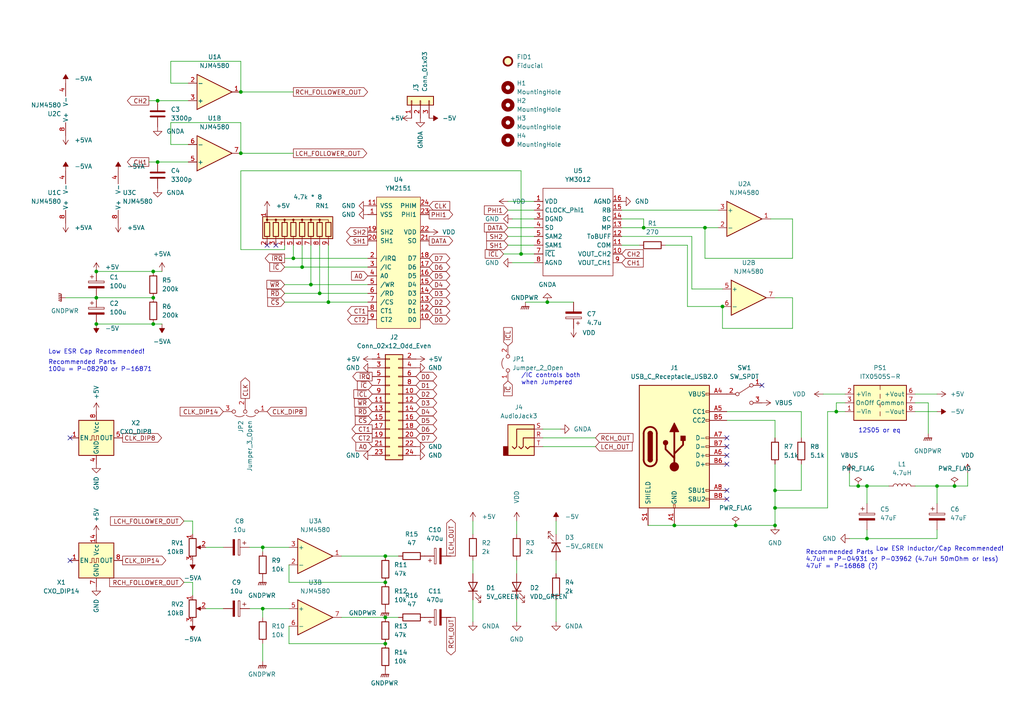
<source format=kicad_sch>
(kicad_sch (version 20211123) (generator eeschema)
  (paper "A4")
  (title_block (title "OPM Demo Board") (date "2022-09-19") (rev "Alpha 0.1") (company "Team Digital Fairy"))
  (junction (at 69.85 44.45))
  (junction (at 111.76 161.29))
  (junction (at 45.72 46.99))
  (junction (at 224.79 147.32))
  (junction (at 44.45 86.36))
  (junction (at 44.45 93.98))
  (junction (at 90.17 82.55))
  (junction (at 151.13 73.66))
  (junction (at 76.2 158.75))
  (junction (at 111.76 168.91))
  (junction (at 204.47 66.04))
  (junction (at 27.94 78.74))
  (junction (at 242.57 119.38))
  (junction (at 271.78 140.97))
  (junction (at 158.75 87.63))
  (junction (at 111.76 186.69))
  (junction (at 251.46 140.97))
  (junction (at 186.69 66.04))
  (junction (at 195.58 152.4))
  (junction (at 209.55 88.9))
  (junction (at 224.79 152.4))
  (junction (at 27.94 86.36))
  (junction (at 213.36 152.4))
  (junction (at 224.79 142.24))
  (junction (at 76.2 176.53))
  (junction (at 111.76 179.07))
  (junction (at 45.72 29.21))
  (junction (at 95.25 87.63))
  (junction (at 87.63 77.47))
  (junction (at 27.94 93.98))
  (junction (at 85.09 74.93))
  (junction (at 276.86 140.97))
  (junction (at 248.92 140.97))
  (junction (at 92.71 85.09))
  (junction (at 69.85 26.67))
  (junction (at 44.45 78.74))
  (junction (at 251.46 156.21))
  (no_connect (at 220.98 111.76))
  (no_connect (at 20.32 127))
  (no_connect (at 20.32 162.56))
  (no_connect (at 210.82 127))
  (no_connect (at 210.82 129.54))
  (no_connect (at 210.82 132.08))
  (no_connect (at 210.82 134.62))
  (no_connect (at 210.82 142.24))
  (no_connect (at 210.82 144.78))
  (no_connect (at 77.47 71.12))
  (no_connect (at 80.01 71.12))
  (wire (pts (xy 82.55 74.93) (xy 85.09 74.93)))
  (wire (pts (xy 149.86 151.13) (xy 149.86 154.94)))
  (wire (pts (xy 147.32 66.04) (xy 154.94 66.04)))
  (wire (pts (xy 69.85 44.45) (xy 85.09 44.45)))
  (wire (pts (xy 55.88 168.91) (xy 55.88 172.72)))
  (wire (pts (xy 54.61 41.91) (xy 49.53 41.91)))
  (wire (pts (xy 72.39 176.53) (xy 76.2 176.53)))
  (wire (pts (xy 229.87 74.93) (xy 229.87 63.5)))
  (wire (pts (xy 151.13 73.66) (xy 154.94 73.66)))
  (wire (pts (xy 200.66 83.82) (xy 209.55 83.82)))
  (wire (pts (xy 44.45 93.98) (xy 46.99 93.98)))
  (wire (pts (xy 99.06 161.29) (xy 111.76 161.29)))
  (wire (pts (xy 137.16 162.56) (xy 137.16 166.37)))
  (wire (pts (xy 186.69 63.5) (xy 186.69 66.04)))
  (wire (pts (xy 209.55 88.9) (xy 199.39 88.9)))
  (wire (pts (xy 82.55 85.09) (xy 92.71 85.09)))
  (wire (pts (xy 251.46 140.97) (xy 257.81 140.97)))
  (wire (pts (xy 245.11 119.38) (xy 242.57 119.38)))
  (wire (pts (xy 224.79 147.32) (xy 224.79 152.4)))
  (wire (pts (xy 229.87 63.5) (xy 223.52 63.5)))
  (wire (pts (xy 251.46 146.05) (xy 251.46 140.97)))
  (wire (pts (xy 99.06 179.07) (xy 111.76 179.07)))
  (wire (pts (xy 224.79 121.92) (xy 224.79 127)))
  (wire (pts (xy 76.2 176.53) (xy 83.82 176.53)))
  (wire (pts (xy 152.4 87.63) (xy 158.75 87.63)))
  (wire (pts (xy 90.17 71.12) (xy 90.17 82.55)))
  (wire (pts (xy 148.59 76.2) (xy 154.94 76.2)))
  (wire (pts (xy 95.25 71.12) (xy 95.25 87.63)))
  (wire (pts (xy 76.2 158.75) (xy 83.82 158.75)))
  (wire (pts (xy 240.03 119.38) (xy 240.03 147.32)))
  (wire (pts (xy 55.88 151.13) (xy 55.88 154.94)))
  (wire (pts (xy 251.46 153.67) (xy 251.46 156.21)))
  (wire (pts (xy 59.69 158.75) (xy 64.77 158.75)))
  (wire (pts (xy 265.43 140.97) (xy 271.78 140.97)))
  (wire (pts (xy 151.13 49.53) (xy 69.85 49.53)))
  (wire (pts (xy 49.53 17.78) (xy 69.85 17.78)))
  (wire (pts (xy 69.85 49.53) (xy 69.85 72.39)))
  (wire (pts (xy 111.76 168.91) (xy 83.82 168.91)))
  (wire (pts (xy 224.79 152.4) (xy 213.36 152.4)))
  (wire (pts (xy 53.34 151.13) (xy 55.88 151.13)))
  (wire (pts (xy 271.78 140.97) (xy 276.86 140.97)))
  (wire (pts (xy 83.82 168.91) (xy 83.82 163.83)))
  (wire (pts (xy 158.75 87.63) (xy 166.37 87.63)))
  (wire (pts (xy 43.18 29.21) (xy 45.72 29.21)))
  (wire (pts (xy 27.94 78.74) (xy 44.45 78.74)))
  (wire (pts (xy 76.2 191.77) (xy 76.2 186.69)))
  (wire (pts (xy 271.78 156.21) (xy 271.78 153.67)))
  (wire (pts (xy 204.47 74.93) (xy 229.87 74.93)))
  (wire (pts (xy 229.87 86.36) (xy 229.87 95.25)))
  (wire (pts (xy 242.57 119.38) (xy 240.03 119.38)))
  (wire (pts (xy 276.86 140.97) (xy 280.67 140.97)))
  (wire (pts (xy 69.85 35.56) (xy 69.85 44.45)))
  (wire (pts (xy 45.72 29.21) (xy 54.61 29.21)))
  (wire (pts (xy 87.63 77.47) (xy 106.68 77.47)))
  (wire (pts (xy 251.46 156.21) (xy 271.78 156.21)))
  (wire (pts (xy 180.34 60.96) (xy 208.28 60.96)))
  (wire (pts (xy 148.59 63.5) (xy 154.94 63.5)))
  (wire (pts (xy 161.29 162.56) (xy 161.29 166.37)))
  (wire (pts (xy 213.36 152.4) (xy 195.58 152.4)))
  (wire (pts (xy 85.09 71.12) (xy 85.09 74.93)))
  (wire (pts (xy 265.43 119.38) (xy 271.78 119.38)))
  (wire (pts (xy 49.53 24.13) (xy 49.53 17.78)))
  (wire (pts (xy 193.04 71.12) (xy 199.39 71.12)))
  (wire (pts (xy 232.41 142.24) (xy 224.79 142.24)))
  (wire (pts (xy 242.57 116.84) (xy 242.57 119.38)))
  (wire (pts (xy 83.82 181.61) (xy 83.82 186.69)))
  (wire (pts (xy 95.25 87.63) (xy 106.68 87.63)))
  (wire (pts (xy 271.78 140.97) (xy 271.78 146.05)))
  (wire (pts (xy 229.87 95.25) (xy 209.55 95.25)))
  (wire (pts (xy 111.76 161.29) (xy 115.57 161.29)))
  (wire (pts (xy 246.38 140.97) (xy 248.92 140.97)))
  (wire (pts (xy 269.24 116.84) (xy 269.24 125.73)))
  (wire (pts (xy 146.05 73.66) (xy 151.13 73.66)))
  (wire (pts (xy 27.94 86.36) (xy 44.45 86.36)))
  (wire (pts (xy 180.34 63.5) (xy 186.69 63.5)))
  (wire (pts (xy 151.13 73.66) (xy 151.13 49.53)))
  (wire (pts (xy 76.2 176.53) (xy 76.2 179.07)))
  (wire (pts (xy 186.69 66.04) (xy 180.34 66.04)))
  (wire (pts (xy 137.16 151.13) (xy 137.16 154.94)))
  (wire (pts (xy 147.32 68.58) (xy 154.94 68.58)))
  (wire (pts (xy 172.72 129.54) (xy 157.48 129.54)))
  (wire (pts (xy 186.69 66.04) (xy 204.47 66.04)))
  (wire (pts (xy 147.32 71.12) (xy 154.94 71.12)))
  (wire (pts (xy 90.17 82.55) (xy 106.68 82.55)))
  (wire (pts (xy 245.11 116.84) (xy 242.57 116.84)))
  (wire (pts (xy 82.55 77.47) (xy 87.63 77.47)))
  (wire (pts (xy 187.96 152.4) (xy 195.58 152.4)))
  (wire (pts (xy 161.29 151.13) (xy 161.29 154.94)))
  (wire (pts (xy 238.76 114.3) (xy 245.11 114.3)))
  (wire (pts (xy 210.82 121.92) (xy 224.79 121.92)))
  (wire (pts (xy 208.28 66.04) (xy 204.47 66.04)))
  (wire (pts (xy 224.79 142.24) (xy 224.79 147.32)))
  (wire (pts (xy 246.38 156.21) (xy 251.46 156.21)))
  (wire (pts (xy 224.79 86.36) (xy 229.87 86.36)))
  (wire (pts (xy 54.61 24.13) (xy 49.53 24.13)))
  (wire (pts (xy 172.72 127) (xy 157.48 127)))
  (wire (pts (xy 147.32 60.96) (xy 154.94 60.96)))
  (wire (pts (xy 149.86 162.56) (xy 149.86 166.37)))
  (wire (pts (xy 161.29 173.99) (xy 161.29 180.34)))
  (wire (pts (xy 224.79 134.62) (xy 224.79 142.24)))
  (wire (pts (xy 92.71 85.09) (xy 106.68 85.09)))
  (wire (pts (xy 82.55 82.55) (xy 90.17 82.55)))
  (wire (pts (xy 53.34 168.91) (xy 55.88 168.91)))
  (wire (pts (xy 180.34 68.58) (xy 200.66 68.58)))
  (wire (pts (xy 59.69 176.53) (xy 64.77 176.53)))
  (wire (pts (xy 210.82 119.38) (xy 232.41 119.38)))
  (wire (pts (xy 180.34 71.12) (xy 185.42 71.12)))
  (wire (pts (xy 69.85 17.78) (xy 69.85 26.67)))
  (wire (pts (xy 149.86 173.99) (xy 149.86 180.34)))
  (wire (pts (xy 162.56 124.46) (xy 157.48 124.46)))
  (wire (pts (xy 111.76 179.07) (xy 115.57 179.07)))
  (wire (pts (xy 19.05 86.36) (xy 27.94 86.36)))
  (wire (pts (xy 232.41 119.38) (xy 232.41 127)))
  (wire (pts (xy 265.43 114.3) (xy 271.78 114.3)))
  (wire (pts (xy 204.47 66.04) (xy 204.47 74.93)))
  (wire (pts (xy 147.32 58.42) (xy 154.94 58.42)))
  (wire (pts (xy 82.55 72.39) (xy 82.55 71.12)))
  (wire (pts (xy 27.94 93.98) (xy 44.45 93.98)))
  (wire (pts (xy 69.85 26.67) (xy 85.09 26.67)))
  (wire (pts (xy 209.55 95.25) (xy 209.55 88.9)))
  (wire (pts (xy 69.85 72.39) (xy 82.55 72.39)))
  (wire (pts (xy 92.71 71.12) (xy 92.71 85.09)))
  (wire (pts (xy 85.09 74.93) (xy 106.68 74.93)))
  (wire (pts (xy 280.67 140.97) (xy 280.67 137.16)))
  (wire (pts (xy 246.38 137.16) (xy 246.38 140.97)))
  (wire (pts (xy 45.72 46.99) (xy 54.61 46.99)))
  (wire (pts (xy 248.92 140.97) (xy 251.46 140.97)))
  (wire (pts (xy 265.43 116.84) (xy 269.24 116.84)))
  (wire (pts (xy 199.39 88.9) (xy 199.39 71.12)))
  (wire (pts (xy 240.03 147.32) (xy 224.79 147.32)))
  (wire (pts (xy 87.63 71.12) (xy 87.63 77.47)))
  (wire (pts (xy 76.2 158.75) (xy 76.2 160.02)))
  (wire (pts (xy 43.18 46.99) (xy 45.72 46.99)))
  (wire (pts (xy 49.53 41.91) (xy 49.53 35.56)))
  (wire (pts (xy 137.16 173.99) (xy 137.16 180.34)))
  (wire (pts (xy 83.82 186.69) (xy 111.76 186.69)))
  (wire (pts (xy 49.53 35.56) (xy 69.85 35.56)))
  (wire (pts (xy 82.55 87.63) (xy 95.25 87.63)))
  (wire (pts (xy 232.41 134.62) (xy 232.41 142.24)))
  (wire (pts (xy 44.45 78.74) (xy 46.99 78.74)))
  (wire (pts (xy 200.66 68.58) (xy 200.66 83.82)))
  (wire (pts (xy 72.39 158.75) (xy 76.2 158.75)))
  (text "Recommended Parts\n4.7uH = P-04931 or P-03962 (4.7uH 50mOhm or less)\n47uF = P-16868 (?)" (at 233.68 165.1 0) (effects (font (size 1.27 1.27)) (justify left bottom)))
  (text "Recommended Parts\n100u = P-08290 or P-16871\n" (at 13.97 107.95 0) (effects (font (size 1.27 1.27)) (justify left bottom)))
  (text "/IC controls both\nwhen Jumpered\n" (at 151.13 111.76 0) (effects (font (size 1.27 1.27)) (justify left bottom)))
  (text "12S05 or eq" (at 248.92 125.73 0) (effects (font (size 1.27 1.27)) (justify left bottom)))
  (text "Low ESR Inductor/Cap Recommended!\n" (at 254 160.02 0) (effects (font (size 1.27 1.27)) (justify left bottom)))
  (text "Low ESR Cap Recommended!\n" (at 13.97 102.87 0) (effects (font (size 1.27 1.27)) (justify left bottom)))
  (global_label "CT1" (shape output) (at 107.95 124.46 180) (property "Intersheet References" "${INTERSHEET_REFS}" (effects hide)))
  (global_label "RCH_OUT" (shape output) (at 130.81 179.07 270) (property "Intersheet References" "${INTERSHEET_REFS}" (effects hide)))
  (global_label "PHI1" (shape output) (at 124.46 62.23 0) (property "Intersheet References" "${INTERSHEET_REFS}" (effects hide)))
  (global_label "D3" (shape bidirectional) (at 124.46 85.09 0) (property "Intersheet References" "${INTERSHEET_REFS}" (effects hide)))
  (global_label "D7" (shape bidirectional) (at 120.65 127 0) (property "Intersheet References" "${INTERSHEET_REFS}" (effects hide)))
  (global_label "CT2" (shape output) (at 107.95 127 180) (property "Intersheet References" "${INTERSHEET_REFS}" (effects hide)))
  (global_label "~{WR}" (shape input) (at 82.55 82.55 180) (property "Intersheet References" "${INTERSHEET_REFS}" (effects hide)))
  (global_label "D1" (shape bidirectional) (at 124.46 90.17 0) (property "Intersheet References" "${INTERSHEET_REFS}" (effects hide)))
  (global_label "CLK_DIP8" (shape output) (at 35.56 127 0) (property "Intersheet References" "${INTERSHEET_REFS}" (effects hide)))
  (global_label "A0" (shape input) (at 106.68 80.01 180) (property "Intersheet References" "${INTERSHEET_REFS}" (effects hide)))
  (global_label "LCH_FOLLOWER_OUT" (shape output) (at 85.09 44.45 0) (property "Intersheet References" "${INTERSHEET_REFS}" (effects hide)))
  (global_label "D2" (shape bidirectional) (at 124.46 87.63 0) (property "Intersheet References" "${INTERSHEET_REFS}" (effects hide)))
  (global_label "DATA" (shape output) (at 124.46 69.85 0) (property "Intersheet References" "${INTERSHEET_REFS}" (effects hide)))
  (global_label "CH1" (shape input) (at 180.34 76.2 0) (property "Intersheet References" "${INTERSHEET_REFS}" (effects hide)))
  (global_label "D6" (shape bidirectional) (at 124.46 77.47 0) (property "Intersheet References" "${INTERSHEET_REFS}" (effects hide)))
  (global_label "RCH_FOLLOWER_OUT" (shape input) (at 53.34 168.91 180) (property "Intersheet References" "${INTERSHEET_REFS}" (effects hide)))
  (global_label "~{CS}" (shape input) (at 82.55 87.63 180) (property "Intersheet References" "${INTERSHEET_REFS}" (effects hide)))
  (global_label "RCH_FOLLOWER_OUT" (shape output) (at 85.09 26.67 0) (property "Intersheet References" "${INTERSHEET_REFS}" (effects hide)))
  (global_label "A0" (shape input) (at 107.95 129.54 180) (property "Intersheet References" "${INTERSHEET_REFS}" (effects hide)))
  (global_label "D7" (shape bidirectional) (at 124.46 74.93 0) (property "Intersheet References" "${INTERSHEET_REFS}" (effects hide)))
  (global_label "D6" (shape bidirectional) (at 120.65 124.46 0) (property "Intersheet References" "${INTERSHEET_REFS}" (effects hide)))
  (global_label "PHI1" (shape input) (at 147.32 60.96 180) (property "Intersheet References" "${INTERSHEET_REFS}" (effects hide)))
  (global_label "~{IC}" (shape input) (at 107.95 111.76 180) (property "Intersheet References" "${INTERSHEET_REFS}" (effects hide)))
  (global_label "D4" (shape bidirectional) (at 124.46 82.55 0) (property "Intersheet References" "${INTERSHEET_REFS}" (effects hide)))
  (global_label "~{ICL}" (shape input) (at 146.05 73.66 180) (property "Intersheet References" "${INTERSHEET_REFS}" (effects hide)))
  (global_label "~{IC}" (shape input) (at 82.55 77.47 180) (property "Intersheet References" "${INTERSHEET_REFS}" (effects hide)))
  (global_label "CLK" (shape output) (at 71.12 115.57 90) (property "Intersheet References" "${INTERSHEET_REFS}" (effects hide)))
  (global_label "~{CS}" (shape input) (at 107.95 121.92 180) (property "Intersheet References" "${INTERSHEET_REFS}" (effects hide)))
  (global_label "CH1" (shape output) (at 43.18 46.99 180) (property "Intersheet References" "${INTERSHEET_REFS}" (effects hide)))
  (global_label "CLK_DIP14" (shape output) (at 35.56 162.56 0) (property "Intersheet References" "${INTERSHEET_REFS}" (effects hide)))
  (global_label "RCH_OUT" (shape input) (at 172.72 127 0) (property "Intersheet References" "${INTERSHEET_REFS}" (effects hide)))
  (global_label "LCH_FOLLOWER_OUT" (shape input) (at 53.34 151.13 180) (property "Intersheet References" "${INTERSHEET_REFS}" (effects hide)))
  (global_label "D0" (shape bidirectional) (at 124.46 92.71 0) (property "Intersheet References" "${INTERSHEET_REFS}" (effects hide)))
  (global_label "CH2" (shape output) (at 43.18 29.21 180) (property "Intersheet References" "${INTERSHEET_REFS}" (effects hide)))
  (global_label "CLK_DIP8" (shape input) (at 77.47 119.38 0) (property "Intersheet References" "${INTERSHEET_REFS}" (effects hide)))
  (global_label "D0" (shape bidirectional) (at 120.65 109.22 0) (property "Intersheet References" "${INTERSHEET_REFS}" (effects hide)))
  (global_label "~{IC}" (shape input) (at 147.32 110.49 270) (property "Intersheet References" "${INTERSHEET_REFS}" (effects hide)))
  (global_label "CT1" (shape output) (at 106.68 90.17 180) (property "Intersheet References" "${INTERSHEET_REFS}" (effects hide)))
  (global_label "D2" (shape bidirectional) (at 120.65 114.3 0) (property "Intersheet References" "${INTERSHEET_REFS}" (effects hide)))
  (global_label "~{IRQ}" (shape output) (at 82.55 74.93 180) (property "Intersheet References" "${INTERSHEET_REFS}" (effects hide)))
  (global_label "D5" (shape bidirectional) (at 120.65 121.92 0) (property "Intersheet References" "${INTERSHEET_REFS}" (effects hide)))
  (global_label "LCH_OUT" (shape output) (at 130.81 161.29 90) (property "Intersheet References" "${INTERSHEET_REFS}" (effects hide)))
  (global_label "CH2" (shape input) (at 180.34 73.66 0) (property "Intersheet References" "${INTERSHEET_REFS}" (effects hide)))
  (global_label "SH1" (shape input) (at 147.32 71.12 180) (property "Intersheet References" "${INTERSHEET_REFS}" (effects hide)))
  (global_label "D1" (shape bidirectional) (at 120.65 111.76 0) (property "Intersheet References" "${INTERSHEET_REFS}" (effects hide)))
  (global_label "D4" (shape bidirectional) (at 120.65 119.38 0) (property "Intersheet References" "${INTERSHEET_REFS}" (effects hide)))
  (global_label "DATA" (shape input) (at 147.32 66.04 180) (property "Intersheet References" "${INTERSHEET_REFS}" (effects hide)))
  (global_label "SH2" (shape input) (at 147.32 68.58 180) (property "Intersheet References" "${INTERSHEET_REFS}" (effects hide)))
  (global_label "~{ICL}" (shape input) (at 107.95 114.3 180) (property "Intersheet References" "${INTERSHEET_REFS}" (effects hide)))
  (global_label "CLK_DIP14" (shape input) (at 64.77 119.38 180) (property "Intersheet References" "${INTERSHEET_REFS}" (effects hide)))
  (global_label "D5" (shape bidirectional) (at 124.46 80.01 0) (property "Intersheet References" "${INTERSHEET_REFS}" (effects hide)))
  (global_label "LCH_OUT" (shape input) (at 172.72 129.54 0) (property "Intersheet References" "${INTERSHEET_REFS}" (effects hide)))
  (global_label "~{WR}" (shape input) (at 107.95 116.84 180) (property "Intersheet References" "${INTERSHEET_REFS}" (effects hide)))
  (global_label "SH1" (shape output) (at 106.68 69.85 180) (property "Intersheet References" "${INTERSHEET_REFS}" (effects hide)))
  (global_label "~{RD}" (shape input) (at 82.55 85.09 180) (property "Intersheet References" "${INTERSHEET_REFS}" (effects hide)))
  (global_label "SH2" (shape output) (at 106.68 67.31 180) (property "Intersheet References" "${INTERSHEET_REFS}" (effects hide)))
  (global_label "D3" (shape bidirectional) (at 120.65 116.84 0) (property "Intersheet References" "${INTERSHEET_REFS}" (effects hide)))
  (global_label "~{RD}" (shape input) (at 107.95 119.38 180) (property "Intersheet References" "${INTERSHEET_REFS}" (effects hide)))
  (global_label "~{ICL}" (shape input) (at 147.32 100.33 90) (property "Intersheet References" "${INTERSHEET_REFS}" (effects hide)))
  (global_label "CLK" (shape input) (at 124.46 59.69 0) (property "Intersheet References" "${INTERSHEET_REFS}" (effects hide)))
  (global_label "CT2" (shape output) (at 106.68 92.71 180) (property "Intersheet References" "${INTERSHEET_REFS}" (effects hide)))
  (global_label "~{IRQ}" (shape output) (at 107.95 109.22 180) (property "Intersheet References" "${INTERSHEET_REFS}" (effects hide)))
  (symbol (lib_id "Device:C_Polarized") (at 251.46 149.86 0) (unit 1)
    (property "Reference" "C5" (at 255.27 147.7009 0) (effects (justify left)))
    (property "Value" "47uF" (at 255.27 150.2409 0) (effects (justify left)))
    (property "Footprint" "Capacitor_THT:CP_Radial_D5.0mm_P2.50mm" (effects hide))
  )
  (symbol (lib_id "power:GND") (at 120.65 106.68 90) (unit 1)
    (property "Reference" "#PWR0101" (effects hide))
    (property "Value" "GND" (at 128.27 106.68 90) (effects (justify left)))
  )
  (symbol (lib_id "power:GNDPWR") (at 76.2 191.77 0) (unit 1)
    (property "Reference" "#PWR017" (effects hide))
    (property "Value" "GNDPWR" (at 80.01 195.58 0) (effects (justify right)))
  )
  (symbol (lib_id "power:+5V") (at 107.95 104.14 90) (unit 1)
    (property "Reference" "#PWR022" (effects hide))
    (property "Value" "+5V" (at 100.33 104.14 90) (effects (justify right)))
  )
  (symbol (lib_id "power:-5VA") (at 55.88 180.34 180) (unit 1)
    (property "Reference" "#PWR030" (effects hide))
    (property "Value" "-5VA" (at 55.88 185.42 0))
  )
  (symbol (lib_id "power:GNDA") (at 121.92 34.29 0) (unit 1)
    (property "Reference" "#PWR018" (effects hide))
    (property "Value" "GNDA" (at 121.92 43.18 90) (effects (justify left)))
  )
  (symbol (lib_id "power:GND") (at 27.94 170.18 0) (unit 1)
    (property "Reference" "#PWR0121" (effects hide))
    (property "Value" "GND" (at 27.94 177.8 90) (effects (justify left)))
  )
  (symbol (lib_id "power:GNDA") (at 158.75 87.63 180) (unit 1)
    (property "Reference" "#PWR0130" (effects hide))
    (property "Value" "GNDA" (at 158.75 82.55 0))
  )
  (symbol (lib_id "Device:C_Polarized") (at 68.58 176.53 270) (unit 1)
    (property "Reference" "C9" (at 68.58 168.91 90))
    (property "Value" "10u" (at 68.58 171.45 90))
    (property "Footprint" "Capacitor_THT:CP_Radial_D5.0mm_P2.50mm" (effects hide))
  )
  (symbol (lib_id "Connector:USB_C_Receptacle_USB2.0") (at 195.58 129.54 0) (unit 1)
    (property "Reference" "J1" (at 195.58 106.68 0))
    (property "Value" "USB_C_Receptacle_USB2.0" (at 195.58 109.22 0))
    (property "Footprint" "Connector_USB:USB_C_Receptacle_HRO_TYPE-C-31-M-12" (effects hide))
    (property "Datasheet" "https://www.usb.org/sites/default/files/documents/usb_type-c.zip" (effects hide))
  )
  (symbol (lib_id "power:-5V") (at 27.94 93.98 180) (unit 1)
    (property "Reference" "#PWR015" (effects hide))
    (property "Value" "-5V" (at 30.48 95.2499 0) (effects (justify right)))
  )
  (symbol (lib_id "power:-5V") (at 161.29 151.13 0) (unit 1)
    (property "Reference" "#PWR037" (effects hide))
    (property "Value" "-5V" (at 163.83 149.8599 0) (effects (justify left)))
  )
  (symbol (lib_id "Device:R") (at 161.29 170.18 0) (unit 1)
    (property "Reference" "R4" (at 163.83 168.9099 0) (effects (justify left)))
    (property "Value" "2k" (at 163.83 171.4499 0) (effects (justify left)))
    (property "Footprint" "Resistor_THT:R_Axial_DIN0207_L6.3mm_D2.5mm_P10.16mm_Horizontal" (effects hide))
  )
  (symbol (lib_id "power:GND") (at 148.59 63.5 270) (unit 1)
    (property "Reference" "#PWR0127" (effects hide))
    (property "Value" "GND" (at 144.78 63.4999 90) (effects (justify right)))
  )
  (symbol (lib_id "Device:R") (at 44.45 82.55 0) (unit 1)
    (property "Reference" "R5" (at 46.99 81.2799 0) (effects (justify left)))
    (property "Value" "200k" (at 46.99 83.8199 0) (effects (justify left)))
    (property "Footprint" "Resistor_THT:R_Axial_DIN0207_L6.3mm_D2.5mm_P10.16mm_Horizontal" (effects hide))
  )
  (symbol (lib_id "Mechanical:MountingHole") (at 147.32 30.48 0) (unit 1)
    (property "Reference" "H2" (at 149.86 29.2099 0) (effects (justify left)))
    (property "Value" "MountingHole" (at 149.86 31.7499 0) (effects (justify left)))
    (property "Footprint" "MountingHole:MountingHole_3.2mm_M3" (effects hide))
  )
  (symbol (lib_id "power:-5V") (at 124.46 34.29 270) (unit 1)
    (property "Reference" "#PWR032" (effects hide))
    (property "Value" "-5V" (at 128.27 34.2899 90) (effects (justify left)))
  )
  (symbol (lib_id "power:GNDPWR") (at 111.76 176.53 0) (unit 1)
    (property "Reference" "#PWR019" (effects hide))
    (property "Value" "GNDPWR" (at 109.22 177.8 0) (effects (justify right)))
  )
  (symbol (lib_id "Jumper:Jumper_2_Open") (at 147.32 105.41 90) (unit 1)
    (property "Reference" "JP1" (at 148.59 104.1399 90) (effects (justify right)))
    (property "Value" "Jumper_2_Open" (at 148.59 106.6799 90) (effects (justify right)))
    (property "Footprint" "Connector_PinHeader_2.54mm:PinHeader_1x02_P2.54mm_Vertical" (effects hide))
  )
  (symbol (lib_id "power:GND") (at 106.68 62.23 270) (unit 1)
    (property "Reference" "#PWR0112" (effects hide))
    (property "Value" "GND" (at 99.06 62.23 90) (effects (justify left)))
  )
  (symbol (lib_id "power:GND") (at 149.86 180.34 0) (unit 1)
    (property "Reference" "#PWR0106" (effects hide))
    (property "Value" "GND" (at 149.86 185.42 0))
  )
  (symbol (lib_id "Device:R") (at 76.2 163.83 0) (unit 1)
    (property "Reference" "R9" (at 78.74 162.5599 0) (effects (justify left)))
    (property "Value" "10k" (at 78.74 165.0999 0) (effects (justify left)))
    (property "Footprint" "Resistor_THT:R_Axial_DIN0207_L6.3mm_D2.5mm_P10.16mm_Horizontal" (effects hide))
  )
  (symbol (lib_id "Amplifier_Operational:NJM4580") (at 91.44 161.29 0) (unit 1)
    (property "Reference" "U3" (at 91.44 151.13 0))
    (property "Value" "NJM4580" (at 91.44 153.67 0))
    (property "Footprint" "Package_DIP:DIP-8_W7.62mm_Socket_LongPads" (effects hide))
    (property "Datasheet" "http://www.njr.com/semicon/PDF/NJM4580_E.pdf" (effects hide))
  )
  (symbol (lib_id "Device:R") (at 232.41 130.81 0) (unit 1)
    (property "Reference" "R8" (at 234.95 129.5399 0) (effects (justify left)))
    (property "Value" "5.1k" (at 234.95 132.0799 0) (effects (justify left)))
    (property "Footprint" "Resistor_THT:R_Axial_DIN0207_L6.3mm_D2.5mm_P10.16mm_Horizontal" (effects hide))
  )
  (symbol (lib_id "Device:R") (at 224.79 130.81 0) (unit 1)
    (property "Reference" "R7" (at 227.33 129.5399 0) (effects (justify left)))
    (property "Value" "5.1k" (at 227.33 132.0799 0) (effects (justify left)))
    (property "Footprint" "Resistor_THT:R_Axial_DIN0207_L6.3mm_D2.5mm_P10.16mm_Horizontal" (effects hide))
  )
  (symbol (lib_id "power:VDD") (at 238.76 114.3 90) (unit 1)
    (property "Reference" "#PWR08" (effects hide))
    (property "Value" "VDD" (at 229.87 114.3 90) (effects (justify right)))
  )
  (symbol (lib_id "power:GNDPWR") (at 111.76 194.31 0) (unit 1)
    (property "Reference" "#PWR020" (effects hide))
    (property "Value" "GNDPWR" (at 115.57 198.12 0) (effects (justify right)))
  )
  (symbol (lib_id "power:GND") (at 180.34 58.42 90) (unit 1)
    (property "Reference" "#PWR0108" (effects hide))
    (property "Value" "GND" (at 184.15 58.4199 90) (effects (justify right)))
  )
  (symbol (lib_id "Device:L") (at 261.62 140.97 90) (unit 1)
    (property "Reference" "L1" (at 261.62 134.62 90))
    (property "Value" "4.7uH" (at 261.62 137.16 90))
    (property "Footprint" "Inductor_THT:L_Axial_L7.0mm_D3.3mm_P12.70mm_Horizontal_Fastron_MICC" (effects hide))
  )
  (symbol (lib_id "Connector_Generic:Conn_02x12_Odd_Even") (at 113.03 116.84 0) (unit 1)
    (property "Reference" "J2" (at 114.3 97.79 0))
    (property "Value" "Conn_02x12_Odd_Even" (at 114.3 100.33 0))
    (property "Footprint" "Connector_PinHeader_2.54mm:PinHeader_2x12_P2.54mm_Vertical" (effects hide))
  )
  (symbol (lib_id "power:+5V") (at 27.94 119.38 0) (unit 1)
    (property "Reference" "#PWR0118" (effects hide))
    (property "Value" "+5V" (at 27.94 111.76 90) (effects (justify right)))
  )
  (symbol (lib_id "Amplifier_Operational:NJM4580") (at 91.44 179.07 0) (unit 2)
    (property "Reference" "U3" (at 91.44 168.91 0))
    (property "Value" "NJM4580" (at 91.44 171.45 0))
    (property "Footprint" "Package_DIP:DIP-8_W7.62mm_Socket_LongPads" (effects hide))
    (property "Datasheet" "http://www.njr.com/semicon/PDF/NJM4580_E.pdf" (effects hide))
  )
  (symbol (lib_id "Amplifier_Operational:NJM4580") (at 16.51 31.75 180) (unit 3)
    (property "Reference" "U2" (at 17.78 33.0201 0) (effects (justify left)))
    (property "Value" "NJM4580" (at 17.78 30.4801 0) (effects (justify left)))
    (property "Footprint" "Package_DIP:DIP-8_W7.62mm_Socket_LongPads" (effects hide))
    (property "Datasheet" "http://www.njr.com/semicon/PDF/NJM4580_E.pdf" (effects hide))
  )
  (symbol (lib_id "power:+5V") (at 137.16 151.13 0) (unit 1)
    (property "Reference" "#PWR035" (effects hide))
    (property "Value" "+5V" (at 139.7 149.8599 0) (effects (justify left)))
  )
  (symbol (lib_id "Device:C_Polarized") (at 27.94 90.17 0) (unit 1)
    (property "Reference" "C2" (at 31.75 88.0109 0) (effects (justify left)))
    (property "Value" "100u" (at 31.75 90.5509 0) (effects (justify left)))
    (property "Footprint" "Capacitor_THT:CP_Radial_D6.3mm_P2.50mm" (effects hide))
  )
  (symbol (lib_id "Device:C_Polarized") (at 166.37 91.44 180) (unit 1)
    (property "Reference" "C7" (at 170.18 91.0589 0) (effects (justify right)))
    (property "Value" "4.7u" (at 170.18 93.5989 0) (effects (justify right)))
    (property "Footprint" "Capacitor_THT:CP_Radial_D5.0mm_P2.50mm" (effects hide))
  )
  (symbol (lib_id "Device:LED") (at 161.29 158.75 270) (unit 1)
    (property "Reference" "D3" (at 163.83 155.8924 90) (effects (justify left)))
    (property "Value" "-5V_GREEN" (at 163.83 158.4324 90) (effects (justify left)))
    (property "Footprint" "LED_THT:LED_D5.0mm" (effects hide))
  )
  (symbol (lib_id "power:GND") (at 27.94 134.62 0) (unit 1)
    (property "Reference" "#PWR0122" (effects hide))
    (property "Value" "GND" (at 27.94 142.24 90) (effects (justify left)))
  )
  (symbol (lib_id "May:YM2151") (at 115.57 76.2 0) (unit 1)
    (property "Reference" "U4" (at 115.57 52.07 0))
    (property "Value" "YM2151" (at 115.57 54.61 0))
    (property "Footprint" "Package_DIP:DIP-24_W15.24mm_Socket_LongPads" (effects hide))
    (property "Datasheet" "http://map.grauw.nl/resources/sound/yamaha_ym2151_datasheet.pdf" (effects hide))
  )
  (symbol (lib_id "power:GNDPWR") (at 19.05 86.36 270) (unit 1)
    (property "Reference" "#PWR01" (effects hide))
    (property "Value" "GNDPWR" (at 22.86 90.17 90) (effects (justify right)))
  )
  (symbol (lib_id "power:GNDA") (at 45.72 36.83 0) (unit 1)
    (property "Reference" "#PWR0111" (effects hide))
    (property "Value" "GNDA" (at 48.26 38.0999 0) (effects (justify left)))
  )
  (symbol (lib_id "Device:C") (at 45.72 33.02 0) (unit 1)
    (property "Reference" "C3" (at 49.53 31.7499 0) (effects (justify left)))
    (property "Value" "3300p" (at 49.53 34.2899 0) (effects (justify left)))
    (property "Footprint" "Capacitor_THT:C_Disc_D5.0mm_W2.5mm_P5.00mm" (effects hide))
  )
  (symbol (lib_id "power:PWR_FLAG") (at 276.86 140.97 0) (unit 1)
    (property "Reference" "#FLG05" (effects hide))
    (property "Value" "PWR_FLAG" (at 276.86 135.89 0))
  )
  (symbol (lib_id "power:GND") (at 148.59 76.2 270) (unit 1)
    (property "Reference" "#PWR0123" (effects hide))
    (property "Value" "GND" (at 144.78 76.1999 90) (effects (justify right)))
  )
  (symbol (lib_id "Device:C") (at 45.72 50.8 0) (unit 1)
    (property "Reference" "C4" (at 49.53 49.5299 0) (effects (justify left)))
    (property "Value" "3300p" (at 49.53 52.0699 0) (effects (justify left)))
    (property "Footprint" "Capacitor_THT:C_Disc_D5.0mm_W2.5mm_P5.00mm" (effects hide))
  )
  (symbol (lib_id "Device:C_Polarized") (at 127 161.29 90) (unit 1)
    (property "Reference" "C10" (at 126.111 153.67 90))
    (property "Value" "470u" (at 126.111 156.21 90))
    (property "Footprint" "Capacitor_THT:CP_Radial_D5.0mm_P2.00mm" (effects hide))
  )
  (symbol (lib_id "power:-5VA") (at 34.29 49.53 0) (unit 1)
    (property "Reference" "#PWR025" (effects hide))
    (property "Value" "-5VA" (at 36.83 48.2599 0) (effects (justify left)))
  )
  (symbol (lib_id "Switch:SW_SPDT") (at 215.9 114.3 0) (unit 1)
    (property "Reference" "SW1" (at 215.9 106.68 0))
    (property "Value" "SW_SPDT" (at 215.9 109.22 0))
    (property "Footprint" "Button_Switch_THT:SW_Slide_1P2T_CK_OS102011MS2Q" (effects hide))
  )
  (symbol (lib_id "power:-5VA") (at 19.05 24.13 0) (unit 1)
    (property "Reference" "#PWR03" (effects hide))
    (property "Value" "-5VA" (at 21.59 22.8599 0) (effects (justify left)))
  )
  (symbol (lib_id "power:GNDA") (at 45.72 54.61 0) (unit 1)
    (property "Reference" "#PWR0115" (effects hide))
    (property "Value" "GNDA" (at 48.26 55.8799 0) (effects (justify left)))
  )
  (symbol (lib_id "Amplifier_Operational:NJM4580") (at 62.23 26.67 0) (mirror x) (unit 1)
    (property "Reference" "U1" (at 62.23 16.51 0))
    (property "Value" "NJM4580" (at 62.23 19.05 0))
    (property "Footprint" "Package_DIP:DIP-8_W7.62mm_Socket_LongPads" (effects hide))
    (property "Datasheet" "http://www.njr.com/semicon/PDF/NJM4580_E.pdf" (effects hide))
  )
  (symbol (lib_id "Device:C_Polarized") (at 127 179.07 90) (unit 1)
    (property "Reference" "C11" (at 126.111 171.45 90))
    (property "Value" "470u" (at 126.111 173.99 90))
    (property "Footprint" "Capacitor_THT:CP_Radial_D5.0mm_P2.00mm" (effects hide))
  )
  (symbol (lib_id "power:GND") (at 246.38 156.21 270) (unit 1)
    (property "Reference" "#PWR06" (effects hide))
    (property "Value" "GND" (at 242.57 156.2099 90) (effects (justify right)))
  )
  (symbol (lib_id "Connector_Generic:Conn_01x03") (at 121.92 29.21 90) (unit 1)
    (property "Reference" "J3" (at 120.6499 26.67 0) (effects (justify left)))
    (property "Value" "Conn_01x03" (at 123.1899 26.67 0) (effects (justify left)))
    (property "Footprint" "Connector_PinSocket_2.54mm:PinSocket_1x03_P2.54mm_Vertical" (effects hide))
  )
  (symbol (lib_id "Jumper:Jumper_3_Open") (at 71.12 119.38 180) (unit 1)
    (property "Reference" "JP2" (at 69.8499 121.92 90) (effects (justify left)))
    (property "Value" "Jumper_3_Open" (at 72.3899 121.92 90) (effects (justify left)))
    (property "Footprint" "Connector_PinHeader_2.54mm:PinHeader_1x03_P2.54mm_Vertical" (effects hide))
  )
  (symbol (lib_id "Device:R_Potentiometer") (at 55.88 176.53 0) (unit 1)
    (property "Reference" "RV2" (at 53.34 175.2599 0) (effects (justify right)))
    (property "Value" "10kB" (at 53.34 177.7999 0) (effects (justify right)))
    (property "Footprint" "Potentiometer_THT:Potentiometer_Bourns_3386P_Vertical" (effects hide))
  )
  (symbol (lib_id "Converter_DCDC:ITX0505S-R") (at 255.27 116.84 0) (unit 1)
    (property "Reference" "PS1" (at 255.27 106.68 0))
    (property "Value" "ITX0505S-R" (at 255.27 109.22 0))
    (property "Footprint" "Converter_DCDC:Converter_DCDC_XP_POWER-ITxxxxxS_THT" (effects hide))
    (property "Datasheet" "https://www.xppower.com/pdfs/SF_ITX.pdf" (effects hide))
  )
  (symbol (lib_id "Mechanical:MountingHole") (at 147.32 35.56 0) (unit 1)
    (property "Reference" "H3" (at 149.86 34.2899 0) (effects (justify left)))
    (property "Value" "MountingHole" (at 149.86 36.8299 0) (effects (justify left)))
    (property "Footprint" "MountingHole:MountingHole_3.2mm_M3" (effects hide))
  )
  (symbol (lib_id "power:VDD") (at 124.46 67.31 270) (unit 1)
    (property "Reference" "#PWR?" (effects hide))
    (property "Value" "VDD" (at 128.27 67.3099 90) (effects (justify left)))
  )
  (symbol (lib_id "Device:R_Potentiometer") (at 55.88 158.75 0) (unit 1)
    (property "Reference" "RV1" (at 53.34 157.4799 0) (effects (justify right)))
    (property "Value" "10kB" (at 53.34 160.0199 0) (effects (justify right)))
    (property "Footprint" "Potentiometer_THT:Potentiometer_Bourns_3386P_Vertical" (effects hide))
  )
  (symbol (lib_id "power:+5VA") (at 19.05 39.37 180) (unit 1)
    (property "Reference" "#PWR011" (effects hide))
    (property "Value" "+5VA" (at 21.59 40.6399 0) (effects (justify right)))
  )
  (symbol (lib_id "Device:R") (at 44.45 90.17 0) (unit 1)
    (property "Reference" "R6" (at 46.99 88.8999 0) (effects (justify left)))
    (property "Value" "200k" (at 46.99 91.4399 0) (effects (justify left)))
    (property "Footprint" "Resistor_THT:R_Axial_DIN0207_L6.3mm_D2.5mm_P10.16mm_Horizontal" (effects hide))
  )
  (symbol (lib_id "power:+5VA") (at 46.99 78.74 0) (unit 1)
    (property "Reference" "#PWR027" (effects hide))
    (property "Value" "+5VA" (at 46.99 73.66 0))
  )
  (symbol (lib_id "Device:LED") (at 137.16 170.18 90) (unit 1)
    (property "Reference" "D1" (at 140.97 170.4974 90) (effects (justify right)))
    (property "Value" "5V_GREEN" (at 140.97 173.0374 90) (effects (justify right)))
    (property "Footprint" "LED_THT:LED_D5.0mm" (effects hide))
  )
  (symbol (lib_id "Device:R") (at 189.23 71.12 90) (unit 1)
    (property "Reference" "R1" (at 189.23 64.77 90))
    (property "Value" "270" (at 189.23 67.31 90))
    (property "Footprint" "Resistor_THT:R_Axial_DIN0207_L6.3mm_D2.5mm_P10.16mm_Horizontal" (effects hide))
  )
  (symbol (lib_id "power:GND") (at 120.65 132.08 90) (unit 1)
    (property "Reference" "#PWR0124" (effects hide))
    (property "Value" "GND" (at 128.27 132.08 90) (effects (justify left)))
  )
  (symbol (lib_id "Amplifier_Operational:NJM4580") (at 217.17 86.36 0) (unit 2)
    (property "Reference" "U2" (at 217.17 76.2 0))
    (property "Value" "NJM4580" (at 217.17 78.74 0))
    (property "Footprint" "Package_DIP:DIP-8_W7.62mm_Socket_LongPads" (effects hide))
    (property "Datasheet" "http://www.njr.com/semicon/PDF/NJM4580_E.pdf" (effects hide))
  )
  (symbol (lib_id "power:GNDPWR") (at 152.4 87.63 0) (unit 1)
    (property "Reference" "#PWR02" (effects hide))
    (property "Value" "GNDPWR" (at 156.21 86.36 0) (effects (justify right)))
  )
  (symbol (lib_id "power:+5V") (at 271.78 114.3 270) (unit 1)
    (property "Reference" "#PWR033" (effects hide))
    (property "Value" "+5V" (at 275.59 114.2999 90) (effects (justify left)))
  )
  (symbol (lib_id "power:+5V") (at 27.94 78.74 0) (unit 1)
    (property "Reference" "#PWR014" (effects hide))
    (property "Value" "+5V" (at 30.48 77.4699 0) (effects (justify left)))
  )
  (symbol (lib_id "power:VDD") (at 166.37 95.25 180) (unit 1)
    (property "Reference" "#PWR?" (effects hide))
    (property "Value" "VDD" (at 168.91 96.5199 0) (effects (justify right)))
  )
  (symbol (lib_id "power:+5V") (at 77.47 60.96 0) (unit 1)
    (property "Reference" "#PWR0125" (effects hide))
    (property "Value" "+5V" (at 80.01 59.6899 0) (effects (justify left)))
  )
  (symbol (lib_id "Device:C_Polarized") (at 271.78 149.86 0) (unit 1)
    (property "Reference" "C6" (at 275.59 147.7009 0) (effects (justify left)))
    (property "Value" "47uF" (at 275.59 150.2409 0) (effects (justify left)))
    (property "Footprint" "Capacitor_THT:CP_Radial_D5.0mm_P2.50mm" (effects hide))
  )
  (symbol (lib_id "Device:LED") (at 149.86 170.18 90) (unit 1)
    (property "Reference" "D2" (at 153.67 170.4974 90) (effects (justify right)))
    (property "Value" "VDD_GREEN" (at 153.67 173.0374 90) (effects (justify right)))
    (property "Footprint" "LED_THT:LED_D5.0mm" (effects hide))
  )
  (symbol (lib_id "power:VDD") (at 147.32 58.42 90) (unit 1)
    (property "Reference" "#PWR?" (effects hide))
    (property "Value" "VDD" (at 148.59 58.4199 90) (effects (justify right)))
  )
  (symbol (lib_id "power:PWR_FLAG") (at 213.36 152.4 0) (unit 1)
    (property "Reference" "#FLG0101" (effects hide))
    (property "Value" "PWR_FLAG" (at 213.36 147.32 0))
  )
  (symbol (lib_id "Amplifier_Operational:NJM4580") (at 62.23 44.45 0) (mirror x) (unit 2)
    (property "Reference" "U1" (at 62.23 34.29 0))
    (property "Value" "NJM4580" (at 62.23 36.83 0))
    (property "Footprint" "Package_DIP:DIP-8_W7.62mm_Socket_LongPads" (effects hide))
    (property "Datasheet" "http://www.njr.com/semicon/PDF/NJM4580_E.pdf" (effects hide))
  )
  (symbol (lib_id "Device:R") (at 111.76 172.72 0) (unit 1)
    (property "Reference" "R12" (at 114.3 171.4499 0) (effects (justify left)))
    (property "Value" "10k" (at 114.3 173.9899 0) (effects (justify left)))
    (property "Footprint" "Resistor_THT:R_Axial_DIN0207_L6.3mm_D2.5mm_P10.16mm_Horizontal" (effects hide))
  )
  (symbol (lib_id "Device:R") (at 149.86 158.75 0) (unit 1)
    (property "Reference" "R3" (at 152.4 157.4799 0) (effects (justify left)))
    (property "Value" "2k" (at 152.4 160.0199 0) (effects (justify left)))
    (property "Footprint" "Resistor_THT:R_Axial_DIN0207_L6.3mm_D2.5mm_P10.16mm_Horizontal" (effects hide))
  )
  (symbol (lib_id "Device:R") (at 137.16 158.75 0) (unit 1)
    (property "Reference" "R2" (at 139.7 157.4799 0) (effects (justify left)))
    (property "Value" "2k" (at 139.7 160.0199 0) (effects (justify left)))
    (property "Footprint" "Resistor_THT:R_Axial_DIN0207_L6.3mm_D2.5mm_P10.16mm_Horizontal" (effects hide))
  )
  (symbol (lib_id "Oscillator:CXO_DIP14") (at 27.94 162.56 0) (unit 1)
    (property "Reference" "X1" (at 17.78 168.91 0))
    (property "Value" "CXO_DIP14" (at 17.78 171.45 0))
    (property "Footprint" "MayLib:Oscillator_DIP-14_Full" (effects hide))
    (property "Datasheet" "http://cdn-reichelt.de/documents/datenblatt/B400/OSZI.pdf" (effects hide))
  )
  (symbol (lib_id "power:-5VA") (at 19.05 49.53 0) (unit 1)
    (property "Reference" "#PWR012" (effects hide))
    (property "Value" "-5VA" (at 21.59 48.2599 0) (effects (justify left)))
  )
  (symbol (lib_id "power:PWR_FLAG") (at 248.92 140.97 0) (unit 1)
    (property "Reference" "#FLG01" (effects hide))
    (property "Value" "PWR_FLAG" (at 248.92 135.89 0))
  )
  (symbol (lib_id "Amplifier_Operational:NJM4580") (at 31.75 57.15 180) (unit 3)
    (property "Reference" "U3" (at 35.56 55.8799 0) (effects (justify right)))
    (property "Value" "NJM4580" (at 35.56 58.4199 0) (effects (justify right)))
    (property "Footprint" "Package_DIP:DIP-8_W7.62mm_Socket_LongPads" (effects hide))
    (property "Datasheet" "http://www.njr.com/semicon/PDF/NJM4580_E.pdf" (effects hide))
  )
  (symbol (lib_id "power:GNDA") (at 137.16 180.34 0) (unit 1)
    (property "Reference" "#PWR021" (effects hide))
    (property "Value" "GNDA" (at 139.7 181.6099 0) (effects (justify left)))
  )
  (symbol (lib_id "power:GND") (at 120.65 129.54 90) (unit 1)
    (property "Reference" "#PWR0102" (effects hide))
    (property "Value" "GND" (at 128.27 129.54 90) (effects (justify left)))
  )
  (symbol (lib_id "Device:R") (at 76.2 182.88 0) (unit 1)
    (property "Reference" "R10" (at 78.74 181.6099 0) (effects (justify left)))
    (property "Value" "10k" (at 78.74 184.1499 0) (effects (justify left)))
    (property "Footprint" "Resistor_THT:R_Axial_DIN0207_L6.3mm_D2.5mm_P10.16mm_Horizontal" (effects hide))
  )
  (symbol (lib_id "power:GNDPWR") (at 76.2 167.64 0) (unit 1)
    (property "Reference" "#PWR016" (effects hide))
    (property "Value" "GNDPWR" (at 80.01 172.72 0) (effects (justify right)))
  )
  (symbol (lib_id "May:YM3012") (at 167.64 67.31 0) (unit 1)
    (property "Reference" "U5" (at 167.64 49.53 0))
    (property "Value" "YM3012" (at 167.64 52.07 0))
    (property "Footprint" "Package_DIP:DIP-16_W7.62mm_Socket_LongPads" (effects hide))
  )
  (symbol (lib_id "power:+5VA") (at 19.05 64.77 180) (unit 1)
    (property "Reference" "#PWR013" (effects hide))
    (property "Value" "+5VA" (at 21.59 66.0399 0) (effects (justify right)))
  )
  (symbol (lib_id "Device:R_Network08") (at 87.63 66.04 0) (unit 1)
    (property "Reference" "RN1" (at 91.44 59.69 0) (effects (justify left)))
    (property "Value" "4.7k * 8" (at 85.09 57.15 0) (effects (justify left)))
    (property "Footprint" "Resistor_THT:R_Array_SIP9" (effects hide))
    (property "Datasheet" "http://www.vishay.com/docs/31509/csc.pdf" (effects hide))
  )
  (symbol (lib_id "Oscillator:CXO_DIP8") (at 27.94 127 0) (unit 1)
    (property "Reference" "X2" (at 39.37 122.6693 0))
    (property "Value" "CXO_DIP8" (at 39.37 125.2093 0))
    (property "Footprint" "MayLib:Oscillator_DIP-8_Full" (effects hide))
    (property "Datasheet" "http://cdn-reichelt.de/documents/datenblatt/B400/OSZI.pdf" (effects hide))
  )
  (symbol (lib_id "power:+5V") (at 119.38 34.29 90) (unit 1)
    (property "Reference" "#PWR031" (effects hide))
    (property "Value" "+5V" (at 113.03 34.29 90) (effects (justify right)))
  )
  (symbol (lib_id "power:GNDA") (at 162.56 124.46 90) (unit 1)
    (property "Reference" "#PWR0104" (effects hide))
    (property "Value" "GNDA" (at 166.37 124.4599 90) (effects (justify right)))
  )
  (symbol (lib_id "power:GNDPWR") (at 269.24 125.73 0) (unit 1)
    (property "Reference" "#PWR010" (effects hide))
    (property "Value" "GNDPWR" (at 269.113 130.81 0))
  )
  (symbol (lib_id "power:-5V") (at 271.78 119.38 270) (unit 1)
    (property "Reference" "#PWR034" (effects hide))
    (property "Value" "-5V" (at 275.59 119.3799 90) (effects (justify left)))
  )
  (symbol (lib_id "power:GND") (at 224.79 152.4 0) (unit 1)
    (property "Reference" "#PWR07" (effects hide))
    (property "Value" "GND" (at 224.79 157.48 0))
  )
  (symbol (lib_id "Device:R") (at 111.76 190.5 0) (unit 1)
    (property "Reference" "R14" (at 114.3 189.2299 0) (effects (justify left)))
    (property "Value" "10k" (at 114.3 191.7699 0) (effects (justify left)))
    (property "Footprint" "Resistor_THT:R_Axial_DIN0207_L6.3mm_D2.5mm_P10.16mm_Horizontal" (effects hide))
  )
  (symbol (lib_id "power:GND") (at 107.95 132.08 270) (unit 1)
    (property "Reference" "#PWR023" (effects hide))
    (property "Value" "GND" (at 100.33 132.08 90) (effects (justify left)))
  )
  (symbol (lib_id "power:GNDA") (at 161.29 180.34 0) (unit 1)
    (property "Reference" "#PWR0116" (effects hide))
    (property "Value" "GNDA" (at 163.83 181.6099 0) (effects (justify left)))
  )
  (symbol (lib_id "power:VBUS") (at 246.38 137.16 0) (unit 1)
    (property "Reference" "#PWR05" (effects hide))
    (property "Value" "VBUS" (at 246.38 132.08 0))
  )
  (symbol (lib_id "Device:C_Polarized") (at 27.94 82.55 0) (unit 1)
    (property "Reference" "C1" (at 31.75 80.3909 0) (effects (justify left)))
    (property "Value" "100u" (at 31.75 82.9309 0) (effects (justify left)))
    (property "Footprint" "Capacitor_THT:CP_Radial_D6.3mm_P2.50mm" (effects hide))
  )
  (symbol (lib_id "Amplifier_Operational:NJM4580") (at 215.9 63.5 0) (unit 1)
    (property "Reference" "U2" (at 215.9 53.34 0))
    (property "Value" "NJM4580" (at 215.9 55.88 0))
    (property "Footprint" "Package_DIP:DIP-8_W7.62mm_Socket_LongPads" (effects hide))
    (property "Datasheet" "http://www.njr.com/semicon/PDF/NJM4580_E.pdf" (effects hide))
  )
  (symbol (lib_id "power:+5VA") (at 34.29 64.77 180) (unit 1)
    (property "Reference" "#PWR026" (effects hide))
    (property "Value" "+5VA" (at 36.83 66.0399 0) (effects (justify right)))
  )
  (symbol (lib_id "power:-5VA") (at 55.88 162.56 180) (unit 1)
    (property "Reference" "#PWR029" (effects hide))
    (property "Value" "-5VA" (at 55.88 167.64 0))
  )
  (symbol (lib_id "Device:R") (at 119.38 179.07 90) (unit 1)
    (property "Reference" "R16" (at 119.38 172.72 90))
    (property "Value" "47" (at 119.38 175.26 90))
    (property "Footprint" "Resistor_THT:R_Axial_DIN0207_L6.3mm_D2.5mm_P10.16mm_Horizontal" (effects hide))
  )
  (symbol (lib_id "power:+5V") (at 27.94 154.94 0) (unit 1)
    (property "Reference" "#PWR0117" (effects hide))
    (property "Value" "+5V" (at 27.94 147.32 90) (effects (justify right)))
  )
  (symbol (lib_id "Device:C_Polarized") (at 68.58 158.75 270) (unit 1)
    (property "Reference" "C8" (at 69.469 151.13 90))
    (property "Value" "10u" (at 69.469 153.67 90))
    (property "Footprint" "Capacitor_THT:CP_Radial_D5.0mm_P2.50mm" (effects hide))
  )
  (symbol (lib_id "Device:R") (at 119.38 161.29 90) (unit 1)
    (property "Reference" "R15" (at 119.38 154.94 90))
    (property "Value" "47" (at 119.38 157.48 90))
    (property "Footprint" "Resistor_THT:R_Axial_DIN0207_L6.3mm_D2.5mm_P10.16mm_Horizontal" (effects hide))
  )
  (symbol (lib_id "power:+5V") (at 120.65 104.14 270) (unit 1)
    (property "Reference" "#PWR024" (effects hide))
    (property "Value" "+5V" (at 128.27 104.14 90) (effects (justify right)))
  )
  (symbol (lib_id "Device:R") (at 111.76 165.1 0) (unit 1)
    (property "Reference" "R11" (at 114.3 163.8299 0) (effects (justify left)))
    (property "Value" "47k" (at 114.3 166.3699 0) (effects (justify left)))
    (property "Footprint" "Resistor_THT:R_Axial_DIN0207_L6.3mm_D2.5mm_P10.16mm_Horizontal" (effects hide))
  )
  (symbol (lib_id "power:GND") (at 107.95 106.68 270) (unit 1)
    (property "Reference" "#PWR0103" (effects hide))
    (property "Value" "GND" (at 100.33 106.68 90) (effects (justify left)))
  )
  (symbol (lib_id "power:VDD") (at 149.86 151.13 0) (unit 1)
    (property "Reference" "#PWR036" (effects hide))
    (property "Value" "VDD" (at 149.86 142.24 90) (effects (justify right)))
  )
  (symbol (lib_id "power:-5VA") (at 46.99 93.98 180) (unit 1)
    (property "Reference" "#PWR028" (effects hide))
    (property "Value" "-5VA" (at 46.99 99.06 0))
  )
  (symbol (lib_id "power:GND") (at 106.68 59.69 270) (unit 1)
    (property "Reference" "#PWR0113" (effects hide))
    (property "Value" "GND" (at 99.06 59.69 90) (effects (justify left)))
  )
  (symbol (lib_id "Mechanical:Fiducial") (at 147.32 17.78 0) (unit 1)
    (property "Reference" "FID1" (at 149.86 16.5099 0) (effects (justify left)))
    (property "Value" "Fiducial" (at 149.86 19.0499 0) (effects (justify left)))
    (property "Footprint" "Fiducial:Fiducial_0.5mm_Mask1mm" (effects hide))
  )
  (symbol (lib_id "power:VBUS") (at 220.98 116.84 270) (unit 1)
    (property "Reference" "#PWR04" (effects hide))
    (property "Value" "VBUS" (at 224.79 116.8399 90) (effects (justify left)))
  )
  (symbol (lib_id "power:VDD") (at 280.67 137.16 0) (unit 1)
    (property "Reference" "#PWR09" (effects hide))
    (property "Value" "VDD" (at 280.67 132.08 0))
  )
  (symbol (lib_id "Amplifier_Operational:NJM4580") (at 21.59 57.15 0) (mirror x) (unit 3)
    (property "Reference" "U1" (at 17.78 55.8799 0) (effects (justify right)))
    (property "Value" "NJM4580" (at 17.78 58.4199 0) (effects (justify right)))
    (property "Footprint" "Package_DIP:DIP-8_W7.62mm_Socket_LongPads" (effects hide))
    (property "Datasheet" "http://www.njr.com/semicon/PDF/NJM4580_E.pdf" (effects hide))
  )
  (symbol (lib_id "Connector:AudioJack3") (at 152.4 127 0) (unit 1)
    (property "Reference" "J4" (at 150.495 118.11 0))
    (property "Value" "AudioJack3" (at 150.495 120.65 0))
    (property "Footprint" "Connector_Audio:Jack_3.5mm_Lumberg_1503_07_Horizontal" (effects hide))
  )
  (symbol (lib_id "Device:R") (at 111.76 182.88 0) (unit 1)
    (property "Reference" "R13" (at 114.3 181.6099 0) (effects (justify left)))
    (property "Value" "47k" (at 114.3 184.1499 0) (effects (justify left)))
    (property "Footprint" "Resistor_THT:R_Axial_DIN0207_L6.3mm_D2.5mm_P10.16mm_Horizontal" (effects hide))
  )
  (symbol (lib_id "Mechanical:MountingHole") (at 147.32 40.64 0) (unit 1)
    (property "Reference" "H4" (at 149.86 39.3699 0) (effects (justify left)))
    (property "Value" "MountingHole" (at 149.86 41.9099 0) (effects (justify left)))
    (property "Footprint" "MountingHole:MountingHole_3.2mm_M3" (effects hide))
  )
  (symbol (lib_id "Mechanical:MountingHole") (at 147.32 25.4 0) (unit 1)
    (property "Reference" "H1" (at 149.86 24.1299 0) (effects (justify left)))
    (property "Value" "MountingHole" (at 149.86 26.6699 0) (effects (justify left)))
    (property "Footprint" "MountingHole:MountingHole_3.2mm_M3" (effects hide))
  )
)
</source>
